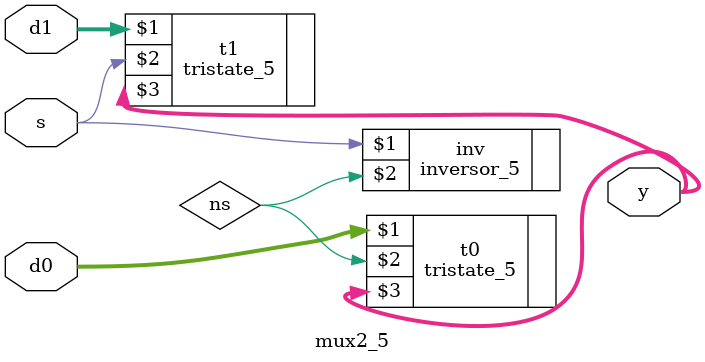
<source format=sv>
module mux2_5(input logic [4:0]d1, input logic [4:0]d0, input logic s, output tri [4:0]y);
 
 logic ns;
 
 tristate_5 t0(d0, ns, y);
 tristate_5 t1(d1, s, y);
 inversor_5 inv(s, ns);
 
endmodule


</source>
